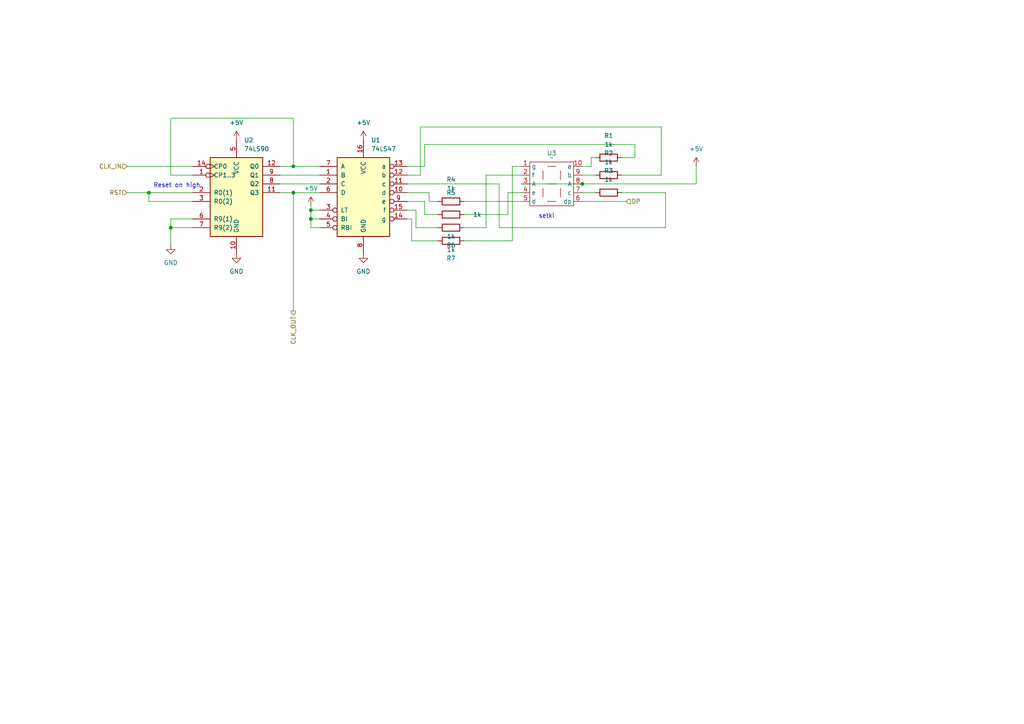
<source format=kicad_sch>
(kicad_sch (version 20230121) (generator eeschema)
  (paper "A4")
  (lib_symbols
    (symbol "74xx:74LS47" (pin_names (offset 1.016))
      (property "Reference" "U" (at -7.62 11.43 0))
      (property "Value" "74LS47" (at -7.62 -13.97 0))
      (symbol "74LS47_1_0"
        (pin input line (at -12.7 5.08 0) (length 5.08) (name "B") (number "1"))
        (pin open_collector inverted (at 12.7 0 180) (length 5.08) (name "d") (number "10"))
        (pin open_collector inverted (at 12.7 2.54 180) (length 5.08) (name "c") (number "11"))
        (pin open_collector inverted (at 12.7 5.08 180) (length 5.08) (name "b") (number "12"))
        (pin open_collector inverted (at 12.7 7.62 180) (length 5.08) (name "a") (number "13"))
        (pin open_collector inverted (at 12.7 -7.62 180) (length 5.08) (name "g") (number "14"))
        (pin open_collector inverted (at 12.7 -5.08 180) (length 5.08) (name "f") (number "15"))
        (pin power_in line (at 0 15.24 270) (length 5.08) (name "VCC") (number "16"))
        (pin input line (at -12.7 2.54 0) (length 5.08) (name "C") (number "2"))
        (pin input inverted (at -12.7 -5.08 0) (length 5.08) (name "LT") (number "3"))
        (pin input inverted (at -12.7 -7.62 0) (length 5.08) (name "BI") (number "4"))
        (pin input inverted (at -12.7 -10.16 0) (length 5.08) (name "RBI") (number "5"))
        (pin input line (at -12.7 0 0) (length 5.08) (name "D") (number "6"))
        (pin input line (at -12.7 7.62 0) (length 5.08) (name "A") (number "7"))
        (pin power_in line (at 0 -17.78 90) (length 5.08) (name "GND") (number "8"))
        (pin open_collector inverted (at 12.7 -2.54 180) (length 5.08) (name "e") (number "9"))
      )
      (symbol "74LS47_1_1"
        (rectangle (start -7.62 10.16) (end 7.62 -12.7) (stroke (width 0.254)) (fill (type background)))
      )
    )
    (symbol "74xx:74LS90" (pin_names (offset 1.016))
      (property "Reference" "U" (at -7.62 11.43 0))
      (property "Value" "74LS90" (at -7.62 -13.97 0))
      (symbol "74LS90_1_0"
        (pin input inverted_clock (at -12.7 5.08 0) (length 5.08) (name "CP1..3") (number "1"))
        (pin power_in line (at 0 -17.78 90) (length 5.08) (name "GND") (number "10"))
        (pin output line (at 12.7 0 180) (length 5.08) (name "Q3") (number "11"))
        (pin output line (at 12.7 7.62 180) (length 5.08) (name "Q0") (number "12"))
        (pin input inverted_clock (at -12.7 7.62 0) (length 5.08) (name "CP0") (number "14"))
        (pin input line (at -12.7 0 0) (length 5.08) (name "R0(1)") (number "2"))
        (pin input line (at -12.7 -2.54 0) (length 5.08) (name "R0(2)") (number "3"))
        (pin power_in line (at 0 15.24 270) (length 5.08) (name "VCC") (number "5"))
        (pin input line (at -12.7 -7.62 0) (length 5.08) (name "R9(1)") (number "6"))
        (pin input line (at -12.7 -10.16 0) (length 5.08) (name "R9(2)") (number "7"))
        (pin output line (at 12.7 2.54 180) (length 5.08) (name "Q2") (number "8"))
        (pin output line (at 12.7 5.08 180) (length 5.08) (name "Q1") (number "9"))
      )
      (symbol "74LS90_1_1"
        (rectangle (start -7.62 10.16) (end 7.62 -12.7) (stroke (width 0.254)) (fill (type background)))
      )
    )
    (symbol "Device:R" (pin_numbers hide) (pin_names (offset 0))
      (property "Reference" "R" (at 2.032 0 90))
      (property "Value" "R" (at 0 0 90))
      (symbol "R_0_1"
        (rectangle (start -1.016 -2.54) (end 1.016 2.54) (stroke (width 0.254)))
      )
      (symbol "R_1_1"
        (pin passive line (at 0 3.81 270) (length 1.27) (name "~") (number "1"))
        (pin passive line (at 0 -3.81 90) (length 1.27) (name "~") (number "2"))
      )
    )
    (symbol "HD1105:HD11050K"
      (property "Reference" "U" (at 0 0 0))
      (symbol "HD11050K_0_1"
        (rectangle (start -6.35 -1.27) (end 6.35 -13.97))
        (polyline (pts (xy -2.54 -8.89) (xy -2.54 -11.43)))
        (polyline (pts (xy -2.54 -3.81) (xy -2.54 -6.35)))
        (polyline (pts (xy -1.27 -12.7) (xy 1.27 -12.7)))
        (polyline (pts (xy -1.27 -7.62) (xy 1.27 -7.62)))
        (polyline (pts (xy -1.27 -2.54) (xy 1.27 -2.54)))
        (polyline (pts (xy 2.54 -8.89) (xy 2.54 -11.43)))
        (polyline (pts (xy 2.54 -3.81) (xy 2.54 -6.35)))
      )
      (symbol "HD11050K_1_1"
        (pin input line (at -8.89 -2.54 0) (length 2.54) (name "g") (number "1"))
        (pin input line (at 8.89 -2.54 180) (length 2.54) (name "a") (number "10"))
        (pin input line (at -8.89 -5.08 0) (length 2.54) (name "f") (number "2"))
        (pin input line (at -8.89 -7.62 0) (length 2.54) (name "A") (number "3"))
        (pin input line (at -8.89 -10.16 0) (length 2.54) (name "e") (number "4"))
        (pin input line (at -8.89 -12.7 0) (length 2.54) (name "d") (number "5"))
        (pin input line (at 8.89 -12.7 180) (length 2.54) (name "dp") (number "6"))
        (pin input line (at 8.89 -10.16 180) (length 2.54) (name "c") (number "7"))
        (pin input line (at 8.89 -7.62 180) (length 2.54) (name "A") (number "8"))
        (pin input line (at 8.89 -5.08 180) (length 2.54) (name "b") (number "9"))
      )
    )
    (symbol "power:+5V" (power) (pin_names (offset 0))
      (property "Value" "+5V" (at 0 3.556 0))
      (symbol "+5V_0_1"
        (polyline (pts (xy -0.762 1.27) (xy 0 2.54)))
        (polyline (pts (xy 0 0) (xy 0 2.54)))
        (polyline (pts (xy 0 2.54) (xy 0.762 1.27)))
      )
      (symbol "+5V_1_1"
        (pin power_in line (at 0 0 90) (length 0) hide (name "+5V") (number "1"))
      )
    )
    (symbol "power:GND" (power) (pin_names (offset 0))
      (property "Value" "GND" (at 0 -3.81 0))
      (symbol "GND_0_1"
        (polyline (pts (xy 0 0) (xy 0 -1.27) (xy 1.27 -1.27) (xy 0 -2.54) (xy -1.27 -1.27) (xy 0 -1.27)))
      )
      (symbol "GND_1_1"
        (pin power_in line (at 0 0 270) (length 0) hide (name "GND") (number "1"))
      )
    )
  )
  (junction (at 85.09 55.88))
  (junction (at 43.18 55.88))
  (junction (at 85.09 48.26))
  (junction (at 90.17 63.5))
  (junction (at 49.53 66.04))
  (junction (at 168.91 53.34))
  (junction (at 90.17 60.96))
  (wire (pts (xy 124.46 58.42) (xy 124.46 55.88)))
  (wire (pts (xy 172.72 55.88) (xy 168.91 55.88)))
  (wire (pts (xy 120.65 60.96) (xy 120.65 66.04)))
  (wire (pts (xy 85.09 48.26) (xy 85.09 34.29)))
  (wire (pts (xy 85.09 55.88) (xy 85.09 90.17)))
  (wire (pts (xy 123.19 41.91) (xy 123.19 48.26)))
  (wire (pts (xy 180.34 50.8) (xy 191.77 50.8)))
  (wire (pts (xy 172.72 50.8) (xy 168.91 50.8)))
  (wire (pts (xy 140.97 50.8) (xy 151.13 50.8)))
  (wire (pts (xy 127 58.42) (xy 124.46 58.42)))
  (wire (pts (xy 193.04 66.04) (xy 193.04 55.88)))
  (wire (pts (xy 118.11 58.42) (xy 123.19 58.42)))
  (wire (pts (xy 121.92 36.83) (xy 121.92 50.8)))
  (wire (pts (xy 43.18 58.42) (xy 43.18 55.88)))
  (wire (pts (xy 121.92 50.8) (xy 118.11 50.8)))
  (wire (pts (xy 49.53 50.8) (xy 55.88 50.8)))
  (wire (pts (xy 49.53 66.04) (xy 49.53 71.12)))
  (wire (pts (xy 191.77 36.83) (xy 121.92 36.83)))
  (wire (pts (xy 193.04 55.88) (xy 180.34 55.88)))
  (wire (pts (xy 43.18 58.42) (xy 55.88 58.42)))
  (wire (pts (xy 123.19 62.23) (xy 127 62.23)))
  (wire (pts (xy 134.62 62.23) (xy 147.32 62.23)))
  (wire (pts (xy 134.62 66.04) (xy 140.97 66.04)))
  (wire (pts (xy 148.59 48.26) (xy 151.13 48.26)))
  (wire (pts (xy 191.77 50.8) (xy 191.77 36.83)))
  (wire (pts (xy 134.62 58.42) (xy 151.13 58.42)))
  (wire (pts (xy 49.53 63.5) (xy 49.53 66.04)))
  (wire (pts (xy 36.83 55.88) (xy 43.18 55.88)))
  (wire (pts (xy 147.32 55.88) (xy 151.13 55.88)))
  (wire (pts (xy 140.97 66.04) (xy 140.97 50.8)))
  (wire (pts (xy 144.78 66.04) (xy 193.04 66.04)))
  (wire (pts (xy 123.19 48.26) (xy 118.11 48.26)))
  (wire (pts (xy 92.71 55.88) (xy 85.09 55.88)))
  (wire (pts (xy 49.53 63.5) (xy 55.88 63.5)))
  (wire (pts (xy 184.15 45.72) (xy 180.34 45.72)))
  (wire (pts (xy 49.53 66.04) (xy 55.88 66.04)))
  (wire (pts (xy 92.71 66.04) (xy 90.17 66.04)))
  (wire (pts (xy 168.91 58.42) (xy 181.61 58.42)))
  (wire (pts (xy 43.18 55.88) (xy 55.88 55.88)))
  (wire (pts (xy 119.38 69.85) (xy 127 69.85)))
  (wire (pts (xy 118.11 63.5) (xy 119.38 63.5)))
  (wire (pts (xy 168.91 53.34) (xy 201.93 53.34)))
  (wire (pts (xy 171.45 48.26) (xy 168.91 48.26)))
  (wire (pts (xy 144.78 53.34) (xy 144.78 66.04)))
  (wire (pts (xy 118.11 60.96) (xy 120.65 60.96)))
  (wire (pts (xy 49.53 34.29) (xy 49.53 50.8)))
  (wire (pts (xy 171.45 45.72) (xy 172.72 45.72)))
  (wire (pts (xy 85.09 34.29) (xy 49.53 34.29)))
  (wire (pts (xy 90.17 63.5) (xy 90.17 60.96)))
  (wire (pts (xy 124.46 55.88) (xy 118.11 55.88)))
  (wire (pts (xy 90.17 63.5) (xy 92.71 63.5)))
  (wire (pts (xy 85.09 48.26) (xy 81.28 48.26)))
  (wire (pts (xy 171.45 45.72) (xy 171.45 48.26)))
  (wire (pts (xy 147.32 62.23) (xy 147.32 55.88)))
  (wire (pts (xy 85.09 55.88) (xy 81.28 55.88)))
  (wire (pts (xy 134.62 69.85) (xy 148.59 69.85)))
  (wire (pts (xy 120.65 66.04) (xy 127 66.04)))
  (wire (pts (xy 118.11 53.34) (xy 144.78 53.34)))
  (wire (pts (xy 92.71 50.8) (xy 81.28 50.8)))
  (wire (pts (xy 184.15 41.91) (xy 184.15 45.72)))
  (wire (pts (xy 90.17 66.04) (xy 90.17 63.5)))
  (wire (pts (xy 90.17 60.96) (xy 92.71 60.96)))
  (wire (pts (xy 36.83 48.26) (xy 55.88 48.26)))
  (wire (pts (xy 151.13 53.34) (xy 168.91 53.34)))
  (wire (pts (xy 148.59 69.85) (xy 148.59 48.26)))
  (wire (pts (xy 92.71 48.26) (xy 85.09 48.26)))
  (wire (pts (xy 90.17 59.69) (xy 90.17 60.96)))
  (wire (pts (xy 201.93 48.26) (xy 201.93 53.34)))
  (wire (pts (xy 119.38 63.5) (xy 119.38 69.85)))
  (wire (pts (xy 123.19 41.91) (xy 184.15 41.91)))
  (wire (pts (xy 92.71 53.34) (xy 81.28 53.34)))
  (wire (pts (xy 123.19 58.42) (xy 123.19 62.23)))
  (text "setki" (at 156.21 63.5 0) (effects (font (size 1.27 1.27)) (justify left bottom)))
  (text "Reset on high" (at 44.45 54.61 0) (effects (font (size 1.27 1.27)) (justify left bottom)))
  (hierarchical_label "CLK_IN" (shape input) (at 36.83 48.26 180))
  (hierarchical_label "DP" (shape input) (at 181.61 58.42 0))
  (hierarchical_label "RST" (shape input) (at 36.83 55.88 180))
  (hierarchical_label "CLK_OUT" (shape output) (at 85.09 90.17 270))
  (symbol (lib_id "power:+5V") (at 90.17 59.69 0) (unit 1)
    (property "Reference" "#PWR06" (effects hide))
    (property "Value" "+5V" (at 90.17 54.61 0))
    (instances (project "TimerS" (path "" (reference "#PWR06") (unit 1)) (path "" (reference "#PWR04") (unit 1)) (path "" (reference "#PWR012") (unit 1)) (path "" (reference "#PWR019") (unit 1)) (path "" (reference "#PWR026") (unit 1))))
  )
  (symbol (lib_id "74xx:74LS90") (at 68.58 55.88 0) (unit 1)
    (property "Reference" "U2" (at 70.7741 40.64 0) (effects (justify left)))
    (property "Value" "74LS90" (at 70.7741 43.18 0) (effects (justify left)))
    (property "Footprint" "Package_DIP:DIP-14_W7.62mm_LongPads" (effects hide))
    (property "Datasheet" "http://www.ti.com/lit/gpn/sn74LS90" (effects hide))
    (instances (project "TimerS" (path "" (reference "U2") (unit 1)) (path "" (reference "U1") (unit 1)) (path "" (reference "U5") (unit 1)) (path "" (reference "U8") (unit 1)) (path "" (reference "U11") (unit 1))))
  )
  (symbol (lib_id "Device:R") (at 130.81 69.85 90) (unit 1)
    (property "Reference" "R7" (at 130.81 74.93 90))
    (property "Value" "1k" (at 130.81 72.39 90))
    (property "Footprint" "Resistor_THT:R_Axial_DIN0204_L3.6mm_D1.6mm_P5.08mm_Horizontal" (effects hide))
    (instances (project "TimerS" (path "" (reference "R7") (unit 1)) (path "" (reference "R4") (unit 1)) (path "" (reference "R12") (unit 1)) (path "" (reference "R19") (unit 1)) (path "" (reference "R26") (unit 1))))
  )
  (symbol (lib_id "Device:R") (at 130.81 58.42 90) (unit 1)
    (property "Reference" "R4" (at 130.81 52.07 90))
    (property "Value" "1k" (at 130.81 54.61 90))
    (property "Footprint" "Resistor_THT:R_Axial_DIN0204_L3.6mm_D1.6mm_P5.08mm_Horizontal" (effects hide))
    (instances (project "TimerS" (path "" (reference "R4") (unit 1)) (path "" (reference "R1") (unit 1)) (path "" (reference "R8") (unit 1)) (path "" (reference "R16") (unit 1)) (path "" (reference "R23") (unit 1))))
  )
  (symbol (lib_id "Device:R") (at 176.53 55.88 90) (unit 1)
    (property "Reference" "R3" (at 176.53 49.53 90))
    (property "Value" "1k" (at 176.53 52.07 90))
    (property "Footprint" "Resistor_THT:R_Axial_DIN0204_L3.6mm_D1.6mm_P5.08mm_Horizontal" (effects hide))
    (instances (project "TimerS" (path "" (reference "R3") (unit 1)) (path "" (reference "R7") (unit 1)) (path "" (reference "R15") (unit 1)) (path "" (reference "R22") (unit 1)) (path "" (reference "R29") (unit 1))))
  )
  (symbol (lib_id "power:GND") (at 105.41 73.66 0) (unit 1)
    (property "Reference" "#PWR02" (effects hide))
    (property "Value" "GND" (at 105.41 78.74 0))
    (instances (project "TimerS" (path "" (reference "#PWR02") (unit 1)) (path "" (reference "#PWR06") (unit 1)) (path "" (reference "#PWR014") (unit 1)) (path "" (reference "#PWR021") (unit 1)) (path "" (reference "#PWR028") (unit 1))))
  )
  (symbol (lib_id "power:GND") (at 68.58 73.66 0) (unit 1)
    (property "Reference" "#PWR01" (effects hide))
    (property "Value" "GND" (at 68.58 78.74 0))
    (instances (project "TimerS" (path "" (reference "#PWR01") (unit 1)) (path "" (reference "#PWR03") (unit 1)) (path "" (reference "#PWR011") (unit 1)) (path "" (reference "#PWR018") (unit 1)) (path "" (reference "#PWR025") (unit 1))))
  )
  (symbol (lib_id "power:+5V") (at 201.93 48.26 0) (unit 1)
    (property "Reference" "#PWR05" (effects hide))
    (property "Value" "+5V" (at 201.93 43.18 0))
    (instances (project "TimerS" (path "" (reference "#PWR05") (unit 1)) (path "" (reference "#PWR07") (unit 1)) (path "" (reference "#PWR015") (unit 1)) (path "" (reference "#PWR022") (unit 1)) (path "" (reference "#PWR029") (unit 1))))
  )
  (symbol (lib_id "power:+5V") (at 68.58 40.64 0) (unit 1)
    (property "Reference" "#PWR04" (effects hide))
    (property "Value" "+5V" (at 68.58 35.56 0))
    (instances (project "TimerS" (path "" (reference "#PWR04") (unit 1)) (path "" (reference "#PWR02") (unit 1)) (path "" (reference "#PWR010") (unit 1)) (path "" (reference "#PWR017") (unit 1)) (path "" (reference "#PWR024") (unit 1))))
  )
  (symbol (lib_id "Device:R") (at 130.81 62.23 90) (unit 1)
    (property "Reference" "R5" (at 130.81 55.88 90))
    (property "Value" "1k" (at 138.43 62.23 90))
    (property "Footprint" "Resistor_THT:R_Axial_DIN0204_L3.6mm_D1.6mm_P5.08mm_Horizontal" (effects hide))
    (instances (project "TimerS" (path "" (reference "R5") (unit 1)) (path "" (reference "R2") (unit 1)) (path "" (reference "R10") (unit 1)) (path "" (reference "R17") (unit 1)) (path "" (reference "R24") (unit 1))))
  )
  (symbol (lib_id "Device:R") (at 130.81 66.04 90) (unit 1)
    (property "Reference" "R6" (at 130.81 71.12 90))
    (property "Value" "1k" (at 130.81 68.58 90))
    (property "Footprint" "Resistor_THT:R_Axial_DIN0204_L3.6mm_D1.6mm_P5.08mm_Horizontal" (effects hide))
    (instances (project "TimerS" (path "" (reference "R6") (unit 1)) (path "" (reference "R3") (unit 1)) (path "" (reference "R11") (unit 1)) (path "" (reference "R18") (unit 1)) (path "" (reference "R25") (unit 1))))
  )
  (symbol (lib_id "HD1105:HD11050K") (at 160.02 45.72 0) (unit 1)
    (property "Reference" "U3" (at 160.02 44.45 0))
    (property "Value" "~" (at 160.02 45.72 0))
    (property "Footprint" "Package_DIP:DIP-10_W7.62mm_LongPads" (effects hide))
    (instances (project "TimerS" (path "" (reference "U3") (unit 1)) (path "" (reference "U3") (unit 1)) (path "" (reference "U7") (unit 1)) (path "" (reference "U10") (unit 1)) (path "" (reference "U13") (unit 1))))
  )
  (symbol (lib_id "power:+5V") (at 105.41 40.64 0) (unit 1)
    (property "Reference" "#PWR03" (effects hide))
    (property "Value" "+5V" (at 105.41 35.56 0))
    (instances (project "TimerS" (path "" (reference "#PWR03") (unit 1)) (path "" (reference "#PWR05") (unit 1)) (path "" (reference "#PWR013") (unit 1)) (path "" (reference "#PWR020") (unit 1)) (path "" (reference "#PWR027") (unit 1))))
  )
  (symbol (lib_id "Device:R") (at 176.53 45.72 90) (unit 1)
    (property "Reference" "R1" (at 176.53 39.37 90))
    (property "Value" "1k" (at 176.53 41.91 90))
    (property "Footprint" "Resistor_THT:R_Axial_DIN0204_L3.6mm_D1.6mm_P5.08mm_Horizontal" (effects hide))
    (instances (project "TimerS" (path "" (reference "R1") (unit 1)) (path "" (reference "R5") (unit 1)) (path "" (reference "R13") (unit 1)) (path "" (reference "R20") (unit 1)) (path "" (reference "R27") (unit 1))))
  )
  (symbol (lib_id "power:GND") (at 49.53 71.12 0) (unit 1)
    (property "Reference" "#PWR07" (effects hide))
    (property "Value" "GND" (at 49.53 76.2 0))
    (instances (project "TimerS" (path "" (reference "#PWR07") (unit 1)) (path "" (reference "#PWR01") (unit 1)) (path "" (reference "#PWR08") (unit 1)) (path "" (reference "#PWR016") (unit 1)) (path "" (reference "#PWR023") (unit 1))))
  )
  (symbol (lib_id "74xx:74LS47") (at 105.41 55.88 0) (unit 1)
    (property "Reference" "U1" (at 107.6041 40.64 0) (effects (justify left)))
    (property "Value" "74LS47" (at 107.6041 43.18 0) (effects (justify left)))
    (property "Footprint" "Package_DIP:DIP-16_W7.62mm_LongPads" (effects hide))
    (property "Datasheet" "http://www.ti.com/lit/gpn/sn74LS47" (effects hide))
    (instances (project "TimerS" (path "" (reference "U1") (unit 1)) (path "" (reference "U2") (unit 1)) (path "" (reference "U6") (unit 1)) (path "" (reference "U9") (unit 1)) (path "" (reference "U12") (unit 1))))
  )
  (symbol (lib_id "Device:R") (at 176.53 50.8 90) (unit 1)
    (property "Reference" "R2" (at 176.53 44.45 90))
    (property "Value" "1k" (at 176.53 46.99 90))
    (property "Footprint" "Resistor_THT:R_Axial_DIN0204_L3.6mm_D1.6mm_P5.08mm_Horizontal" (effects hide))
    (instances (project "TimerS" (path "" (reference "R2") (unit 1)) (path "" (reference "R6") (unit 1)) (path "" (reference "R14") (unit 1)) (path "" (reference "R21") (unit 1)) (path "" (reference "R28") (unit 1))))
  )
)
</source>
